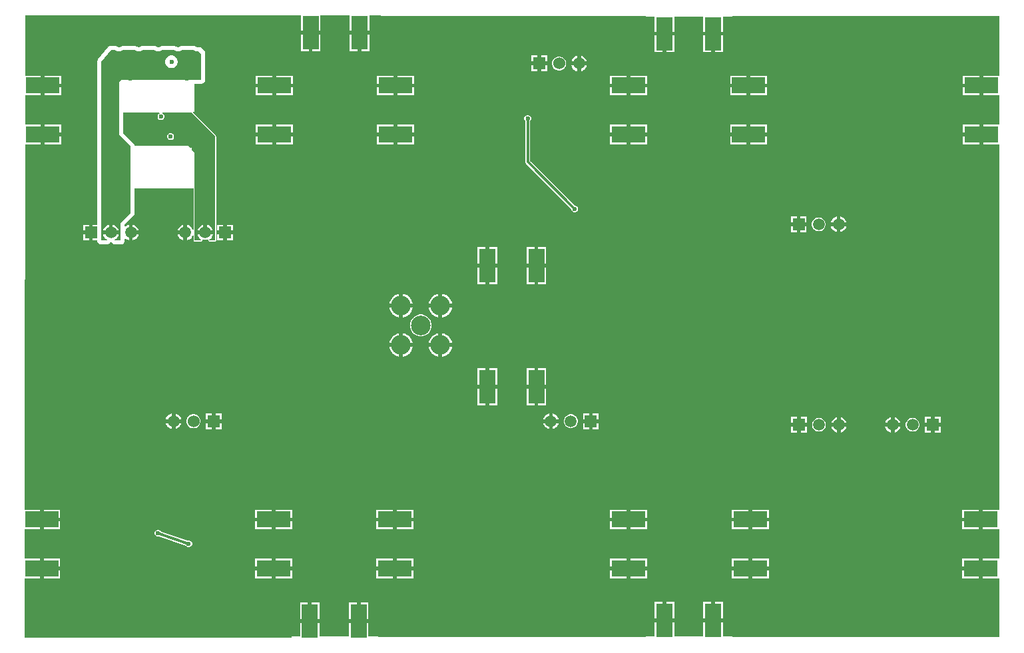
<source format=gbr>
%FSTAX44Y44*%
%MOMM*%
%SFA1B1*%

%IPPOS*%
%ADD10C,0.368299*%
%ADD14R,4.199992X1.999996*%
%ADD21R,1.999996X4.199992*%
%ADD76C,1.499997*%
%ADD77R,1.499997X1.499997*%
%ADD78R,1.529997X1.529997*%
%ADD79C,1.529997*%
%ADD80C,2.499995*%
%ADD81C,0.599999*%
%ADD82C,0.999998*%
%ADD83C,3.499993*%
%LNradar_1ghz_copper_signal_bot-1*%
%LPD*%
G36*
X00345999Y-00003999D02*
X00356459D01*
Y-000235*
X00369*
X00381539*
Y-00003999*
X00418459*
Y-00023499*
X00443539*
Y-00003999*
X00457999*
Y-00004399*
X007951*
Y-00004999*
X00806459*
Y-00024499*
X00818999*
X00831539*
Y-00004999*
X00868459*
Y-00024499*
X00893539*
Y-00004999*
X00904999*
Y-00004499*
X01244999*
Y-00080459*
X01224499*
Y-00092999*
Y-00105539*
X01244999*
Y-00142459*
X01224499*
Y-00154999*
Y-00167539*
X01244999*
Y-00341499*
X01245*
Y-00454499*
Y-0063138*
X01244539Y-0063246*
X0124373*
X01223499*
Y-00644999*
Y-00657539*
X0124373*
X01244539*
X01245Y-00658619*
Y-0069338*
X01244539Y-00694459*
X0124373*
X01223499*
Y-00706999*
Y-00719539*
X0124373*
X01244539*
X01245Y-00720619*
Y-00794499*
X00904999*
Y-00793999*
X00893539*
Y-00775499*
X00868459*
Y-00793999*
X00831539*
Y-00775499*
X00818999*
X00806459*
Y-00793999*
X00794899*
Y-00794099*
X00454899*
Y-00793999*
X00442539*
Y-00776499*
X00417459*
Y-00793999*
X00380539*
Y-00776499*
X00367999*
X00355459*
Y-00793999*
X00344999*
Y-00794999*
X00004999*
Y-00719539*
X00024499*
Y-00706999*
Y-00694459*
X00004999*
Y-00657539*
X000245*
Y-00644999*
Y-0063246*
X00004999*
Y-00457999*
Y-00339999*
X00005999*
Y-00167539*
X00025499*
Y-00154999*
Y-00142459*
X00005999*
Y-00105539*
X00025499*
Y-00092999*
Y-00080459*
X00005999*
Y-00003749*
X00345999*
Y-00003999*
G37*
%LNradar_1ghz_copper_signal_bot-2*%
%LPC*%
G36*
X00219907Y-00042401D02*
X00205863D01*
X00205533Y-00042467*
X00205197Y-00042445*
X00204566Y-00042659*
X00203912Y-00042789*
X00203632Y-00042976*
X00203314Y-00043085*
X00202277Y-00043683*
X0020103Y-00044017*
X0019974*
X00198493Y-00043683*
X00197456Y-00043085*
X00197138Y-00042976*
X00196858Y-00042789*
X00196204Y-00042659*
X00195573Y-00042445*
X00195237Y-00042467*
X00194907Y-00042401*
X00180863*
X00180533Y-00042467*
X00180197Y-00042445*
X00179566Y-00042659*
X00178912Y-00042789*
X00178632Y-00042976*
X00178314Y-00043085*
X00177277Y-00043683*
X0017603Y-00044017*
X0017474*
X00173493Y-00043683*
X00172456Y-00043085*
X00172138Y-00042976*
X00171858Y-00042789*
X00171204Y-00042659*
X00170573Y-00042445*
X00170237Y-00042467*
X00169907Y-00042401*
X00155863*
X00155533Y-00042467*
X00155197Y-00042445*
X00154566Y-00042659*
X00153912Y-00042789*
X00153632Y-00042976*
X00153314Y-00043085*
X00152277Y-00043683*
X0015103Y-00044017*
X0014974*
X00148493Y-00043683*
X00147456Y-00043085*
X00147138Y-00042976*
X00146858Y-00042789*
X00146204Y-00042659*
X00145573Y-00042445*
X00145237Y-00042467*
X00144907Y-00042401*
X00130863*
X00130533Y-00042467*
X00130197Y-00042445*
X00129566Y-00042659*
X00128912Y-00042789*
X00128632Y-00042976*
X00128314Y-00043085*
X00127277Y-00043683*
X0012603Y-00044017*
X0012474*
X00123493Y-00043683*
X00122456Y-00043085*
X00122138Y-00042976*
X00121858Y-00042789*
X00121204Y-00042659*
X00120573Y-00042445*
X00120237Y-00042467*
X00119907Y-00042401*
X00114999*
X0011472Y-00042457*
X00114436Y-00042432*
X00113752Y-00042649*
X00113049Y-00042789*
X00112812Y-00042948*
X0011254Y-00043034*
X00111991Y-00043496*
X00111395Y-00043895*
X00111236Y-00044131*
X00111019Y-00044315*
X00098518Y-0005994*
X00098188Y-00060577*
X0009779Y-00061173*
X00097734Y-00061453*
X00097603Y-00061705*
X00097541Y-00062421*
X00097401Y-00063124*
Y-00269959*
X00092099*
Y-00279999*
Y-00290039*
X00097409*
X0009779Y-0029195*
X00098895Y-00293604*
X00100548Y-00294709*
X00102499Y-00295097*
X001097*
X0011003Y-00295032*
X00110365Y-00295054*
X00110997Y-00294839*
X00111651Y-00294709*
X0011193Y-00294522*
X00112249Y-00294414*
X0011275Y-00293975*
X00113305Y-00293604*
X00113492Y-00293325*
X00113744Y-00293103*
X00114039Y-00292505*
X00114321Y-00292084*
X00114999Y-00292012*
X00115678Y-00292084*
X00115959Y-00292505*
X00116255Y-00293103*
X00116507Y-00293325*
X00116694Y-00293604*
X00117249Y-00293975*
X0011775Y-00294414*
X00118068Y-00294522*
X00118348Y-00294709*
X00119002Y-00294839*
X00119634Y-00295054*
X00119969Y-00295032*
X00120299Y-00295097*
X00127499*
X0012945Y-00294709*
X00131104Y-00293604*
X00132209Y-0029195*
X00132597Y-00289999*
Y-00288055*
X00133771Y-00287569*
X00134235Y-00288033*
X00136524Y-00289355*
X00137899Y-00289724*
Y-00279999*
Y-00270275*
X00136524Y-00270644*
X00134235Y-00271965*
X00133771Y-00272429*
X00132597Y-00271943*
Y-00269611*
X00143604Y-00258604*
X00144709Y-0025695*
X00145097Y-00254999*
Y-00223999*
X00220225*
Y-00275955*
X00218955Y-00276124*
X00217633Y-00273835*
X00215764Y-00271965*
X00213475Y-00270644*
X00212099Y-00270275*
Y-00279999*
Y-00289724*
X00213475Y-00289355*
X00215764Y-00288033*
X00217633Y-00286164*
X00218955Y-00283875*
X00220225Y-00284043*
Y-00289999*
X00220627Y-00290971*
X00221599Y-00291374*
X002297*
X00230031Y-00291237*
X00230387Y-0029119*
X002305Y-00291042*
X00230672Y-00290971*
X00230809Y-0029064*
X00231028Y-00290355*
X00231306Y-00289315*
X00231368Y-00289085*
X00232344Y-00288494*
X00232599Y-00288436*
X00233845Y-00288769*
X00236154*
X00237399Y-00288436*
X00237655Y-00288494*
X0023863Y-00289085*
X00238692Y-00289315*
X00238971Y-00290355*
X0023919Y-0029064*
X00239327Y-00290971*
X00239498Y-00291042*
X00239612Y-0029119*
X00239967Y-00291237*
X00240299Y-00291374*
X00247499*
X00248471Y-00290971*
X00248874Y-00289999*
Y-00157499*
X00248471Y-00156527*
X00219339Y-00127395*
X00219865Y-00126125*
X00221149*
Y-00090817*
X00229999*
X0023195Y-00090429*
X00233604Y-00089324*
X00234709Y-0008767*
X00235097Y-00085719*
Y-00052499*
X00234709Y-00050549*
X00233604Y-00048895*
X0023022Y-0004551*
X00228566Y-00044405*
X00226615Y-00044017*
X00224739*
X00223493Y-00043683*
X00222456Y-00043085*
X00222138Y-00042976*
X00221858Y-00042789*
X00221204Y-00042659*
X00220573Y-00042445*
X00220237Y-00042467*
X00219907Y-00042401*
G37*
G36*
X00443539Y-00028499D02*
X00433499D01*
Y-00049539*
X00443539*
Y-00028499*
G37*
G36*
X00428499D02*
X00418459D01*
Y-00049539*
X00428499*
Y-00028499*
G37*
G36*
X00381539Y-000285D02*
X00371499D01*
Y-00049539*
X00381539*
Y-000285*
G37*
G36*
X00366499D02*
X00356459D01*
Y-00049539*
X00366499*
Y-000285*
G37*
G36*
X00893539Y-00029499D02*
X00883499D01*
Y-00050539*
X00893539*
Y-00029499*
G37*
G36*
X00878499D02*
X00868459D01*
Y-00050539*
X00878499*
Y-00029499*
G37*
G36*
X00831539D02*
X008215D01*
Y-00050539*
X00831539*
Y-00029499*
G37*
G36*
X008165D02*
X00806459D01*
Y-00050539*
X008165*
Y-00029499*
G37*
G36*
X00712899Y-0005512D02*
Y-000625D01*
X00720279*
X00719895Y-00061066*
X00718553Y-00058743*
X00716656Y-00056845*
X00714333Y-00055504*
X00712899Y-0005512*
G37*
G36*
X00669789Y-00054809D02*
X00662099D01*
Y-000625*
X00669789*
Y-00054809*
G37*
G36*
X007079Y-0005512D02*
X00706466Y-00055504D01*
X00704143Y-00056845*
X00702245Y-00058743*
X00700904Y-00061066*
X0070052Y-000625*
X007079*
Y-0005512*
G37*
G36*
X006571Y-00054809D02*
X00649409D01*
Y-000625*
X006571*
Y-00054809*
G37*
G36*
X00686174Y-00056079D02*
X00683825D01*
X00681556Y-00056687*
X00679522Y-00057861*
X00677861Y-00059522*
X00676687Y-00061556*
X00676079Y-00063825*
Y-00066174*
X00676687Y-00068442*
X00677861Y-00070476*
X00679522Y-00072137*
X00681556Y-00073312*
X00683825Y-00073919*
X00686174*
X00688442Y-00073312*
X00690476Y-00072137*
X00692137Y-00070476*
X00693312Y-00068442*
X00693919Y-00066174*
Y-00063825*
X00693312Y-00061556*
X00692137Y-00059522*
X00690476Y-00057861*
X00688442Y-00056687*
X00686174Y-00056079*
G37*
G36*
X00720279Y-00067499D02*
X00712899D01*
Y-00074879*
X00714333Y-00074495*
X00716656Y-00073153*
X00718553Y-00071256*
X00719895Y-00068933*
X00720279Y-00067499*
G37*
G36*
X007079D02*
X0070052D01*
X00700904Y-00068933*
X00702245Y-00071256*
X00704143Y-00073153*
X00706466Y-00074495*
X007079Y-00074879*
Y-00067499*
G37*
G36*
X00669789D02*
X00662099D01*
Y-00075189*
X00669789*
Y-00067499*
G37*
G36*
X006571D02*
X00649409D01*
Y-00075189*
X006571*
Y-00067499*
G37*
G36*
X01219499Y-00080459D02*
X01198459D01*
Y-00090499*
X01219499*
Y-00080459*
G37*
G36*
X00051539D02*
X00030499D01*
Y-00090499*
X00051539*
Y-00080459*
G37*
G36*
X00500539D02*
X00479499D01*
Y-00090499*
X00500539*
Y-00080459*
G37*
G36*
X00474499D02*
X00453459D01*
Y-00090499*
X00474499*
Y-00080459*
G37*
G36*
X00796539D02*
X007755D01*
Y-00090499*
X00796539*
Y-00080459*
G37*
G36*
X00346539D02*
X00325499D01*
Y-00090499*
X00346539*
Y-00080459*
G37*
G36*
X00770499D02*
X00749459D01*
Y-00090499*
X00770499*
Y-00080459*
G37*
G36*
X00320499D02*
X00299459D01*
Y-00090499*
X00320499*
Y-00080459*
G37*
G36*
X00949539D02*
X009285D01*
Y-00090499*
X00949539*
Y-00080459*
G37*
G36*
X009235D02*
X00902459D01*
Y-00090499*
X009235*
Y-00080459*
G37*
G36*
X01219499Y-00095499D02*
X01198459D01*
Y-00105539*
X01219499*
Y-00095499*
G37*
G36*
X00949539Y-00095499D02*
X009285D01*
Y-00105539*
X00949539*
Y-00095499*
G37*
G36*
X009235D02*
X00902459D01*
Y-00105539*
X009235*
Y-00095499*
G37*
G36*
X00796539D02*
X007755D01*
Y-00105539*
X00796539*
Y-00095499*
G37*
G36*
X00770499D02*
X00749459D01*
Y-00105539*
X00770499*
Y-00095499*
G37*
G36*
X00500539D02*
X00479499D01*
Y-00105539*
X00500539*
Y-00095499*
G37*
G36*
X00474499D02*
X00453459D01*
Y-00105539*
X00474499*
Y-00095499*
G37*
G36*
X00346539D02*
X00325499D01*
Y-00105539*
X00346539*
Y-00095499*
G37*
G36*
X00320499D02*
X00299459D01*
Y-00105539*
X00320499*
Y-00095499*
G37*
G36*
X00051539Y-00095499D02*
X00030499D01*
Y-00105539*
X00051539*
Y-00095499*
G37*
G36*
X00949539Y-00142459D02*
X00928499D01*
Y-00152499*
X00949539*
Y-00142459*
G37*
G36*
X009235D02*
X00902459D01*
Y-00152499*
X009235*
Y-00142459*
G37*
G36*
X00796539D02*
X00775499D01*
Y-00152499*
X00796539*
Y-00142459*
G37*
G36*
X00346539D02*
X00325499D01*
Y-00152499*
X00346539*
Y-00142459*
G37*
G36*
X00770499D02*
X00749459D01*
Y-00152499*
X00770499*
Y-00142459*
G37*
G36*
X00320499D02*
X00299459D01*
Y-00152499*
X00320499*
Y-00142459*
G37*
G36*
X00500539D02*
X00479499D01*
Y-00152499*
X00500539*
Y-00142459*
G37*
G36*
X00474499D02*
X00453459D01*
Y-00152499*
X00474499*
Y-00142459*
G37*
G36*
X00051539D02*
X00030499D01*
Y-00152499*
X00051539*
Y-00142459*
G37*
G36*
X01219499D02*
X01198459D01*
Y-00152499*
X01219499*
Y-00142459*
G37*
G36*
Y-00157499D02*
X01198459D01*
Y-00167539*
X01219499*
Y-00157499*
G37*
G36*
X00949539Y-00157499D02*
X00928499D01*
Y-00167539*
X00949539*
Y-00157499*
G37*
G36*
X009235D02*
X00902459D01*
Y-00167539*
X009235*
Y-00157499*
G37*
G36*
X00796539Y-00157499D02*
X00775499D01*
Y-00167539*
X00796539*
Y-00157499*
G37*
G36*
X00770499D02*
X00749459D01*
Y-00167539*
X00770499*
Y-00157499*
G37*
G36*
X00500539D02*
X00479499D01*
Y-00167539*
X00500539*
Y-00157499*
G37*
G36*
X00474499D02*
X00453459D01*
Y-00167539*
X00474499*
Y-00157499*
G37*
G36*
X00346539D02*
X00325499D01*
Y-00167539*
X00346539*
Y-00157499*
G37*
G36*
X00320499D02*
X00299459D01*
Y-00167539*
X00320499*
Y-00157499*
G37*
G36*
X00051539D02*
X00030499D01*
Y-00167539*
X00051539*
Y-00157499*
G37*
G36*
X00645849Y-00130729D02*
X0064415D01*
X00642581Y-00131379*
X00641379Y-00132581*
X00640729Y-0013415*
Y-00135849*
X00641379Y-00137418*
X00641827Y-00137866*
Y-00189999*
X00642068Y-00191213*
X00642756Y-00192243*
X00700729Y-00250216*
Y-00250849*
X00701379Y-00252418*
X00702581Y-00253619*
X0070415Y-00254269*
X00705849*
X00707418Y-00253619*
X00708619Y-00252418*
X00709269Y-00250849*
Y-0024915*
X00708619Y-00247581*
X00707418Y-0024638*
X00705849Y-00245729*
X00705216*
X00648172Y-00188685*
Y-00137866*
X00648619Y-00137418*
X00649269Y-00135849*
Y-0013415*
X00648619Y-00132581*
X00647418Y-00131379*
X00645849Y-00130729*
G37*
G36*
X01042899Y-00259775D02*
Y-00266999D01*
X01050124*
X01049755Y-00265624*
X01048433Y-00263335*
X01046564Y-00261465*
X01044275Y-00260144*
X01042899Y-00259775*
G37*
G36*
X01037899D02*
X01036524Y-00260144D01*
X01034235Y-00261465*
X01032365Y-00263335*
X01031044Y-00265624*
X01030675Y-00266999*
X01037899*
Y-00259775*
G37*
G36*
X00999639Y-00259459D02*
X00992099D01*
Y-00266999*
X00999639*
Y-00259459*
G37*
G36*
X00987099D02*
X00979559D01*
Y-00266999*
X00987099*
Y-00259459*
G37*
G36*
X00142899Y-00270275D02*
Y-00277499D01*
X00150124*
X00149755Y-00276124*
X00148433Y-00273835*
X00146564Y-00271965*
X00144275Y-00270644*
X00142899Y-00270275*
G37*
G36*
X00087099Y-00269959D02*
X00079559D01*
Y-00277499*
X00087099*
Y-00269959*
G37*
G36*
X00270439D02*
X00262899D01*
Y-002775*
X00270439*
Y-00269959*
G37*
G36*
X00207099Y-00270275D02*
X00205724Y-00270644D01*
X00203435Y-00271965*
X00201565Y-00273835*
X00200243Y-00276124*
X00199875Y-002775*
X00207099*
Y-00270275*
G37*
G36*
X00257899Y-00269959D02*
X00250359D01*
Y-002775*
X00257899*
Y-00269959*
G37*
G36*
X01016154Y-00260729D02*
X01013845D01*
X01011614Y-00261327*
X01009614Y-00262482*
X01007982Y-00264115*
X01006827Y-00266114*
X01006229Y-00268345*
Y-00270654*
X01006827Y-00272884*
X01007982Y-00274884*
X01009614Y-00276517*
X01011614Y-00277672*
X01013845Y-00278269*
X01016154*
X01018385Y-00277672*
X01020384Y-00276517*
X01022017Y-00274884*
X01023172Y-00272884*
X01023769Y-00270654*
Y-00268345*
X01023172Y-00266114*
X01022017Y-00264115*
X01020384Y-00262482*
X01018385Y-00261327*
X01016154Y-00260729*
G37*
G36*
X01050124Y-00271999D02*
X01042899D01*
Y-00279224*
X01044275Y-00278855*
X01046564Y-00277533*
X01048433Y-00275664*
X01049755Y-00273375*
X01050124Y-00271999*
G37*
G36*
X01037899D02*
X01030675D01*
X01031044Y-00273375*
X01032365Y-00275664*
X01034235Y-00277533*
X01036524Y-00278855*
X01037899Y-00279224*
Y-00271999*
G37*
G36*
X00999639D02*
X00992099D01*
Y-00279539*
X00999639*
Y-00271999*
G37*
G36*
X00987099D02*
X00979559D01*
Y-00279539*
X00987099*
Y-00271999*
G37*
G36*
X00150124Y-00282499D02*
X00142899D01*
Y-00289724*
X00144275Y-00289355*
X00146564Y-00288033*
X00148433Y-00286164*
X00149755Y-00283875*
X00150124Y-00282499*
G37*
G36*
X00207099Y-002825D02*
X00199875D01*
X00200243Y-00283875*
X00201565Y-00286164*
X00203435Y-00288033*
X00205724Y-00289355*
X00207099Y-00289724*
Y-002825*
G37*
G36*
X00270439D02*
X00262899D01*
Y-00290039*
X00270439*
Y-002825*
G37*
G36*
X00257899D02*
X00250359D01*
Y-00290039*
X00257899*
Y-002825*
G37*
G36*
X00087099Y-00282499D02*
X00079559D01*
Y-00290039*
X00087099*
Y-00282499*
G37*
G36*
X00606539Y-00298459D02*
X00596499D01*
Y-00319499*
X00606539*
Y-00298459*
G37*
G36*
X00591499D02*
X00581459D01*
Y-00319499*
X00591499*
Y-00298459*
G37*
G36*
X00668539D02*
X00658499D01*
Y-00319499*
X00668539*
Y-00298459*
G37*
G36*
X00653499D02*
X00643459D01*
Y-00319499*
X00653499*
Y-00298459*
G37*
G36*
X00668539Y-00324499D02*
X00658499D01*
Y-00345539*
X00668539*
Y-00344399*
Y-00324499*
G37*
G36*
X00653499D02*
X00643459D01*
Y-00344399*
Y-00345539*
X00653499*
Y-00324499*
G37*
G36*
X00606539Y-00324499D02*
X00596499D01*
Y-00345539*
X00606539*
Y-00344399*
Y-00324499*
G37*
G36*
X00591499D02*
X00581459D01*
Y-00344399*
Y-00345539*
X00591499*
Y-00324499*
G37*
G36*
X00536499Y-00358162D02*
Y-00370499D01*
X00548837*
X00548461Y-00368612*
X00547328Y-00365875*
X00545682Y-00363412*
X00543587Y-00361317*
X00541123Y-00359671*
X00538386Y-00358537*
X00536499Y-00358162*
G37*
G36*
X00486499D02*
Y-00370499D01*
X00498837*
X00498461Y-00368612*
X00497328Y-00365875*
X00495682Y-00363412*
X00493587Y-00361317*
X00491123Y-00359671*
X00488386Y-00358537*
X00486499Y-00358162*
G37*
G36*
X005315D02*
X00529612Y-00358537D01*
X00526875Y-00359671*
X00524412Y-00361317*
X00522317Y-00363412*
X00520671Y-00365875*
X00519537Y-00368612*
X00519162Y-00370499*
X005315*
Y-00358162*
G37*
G36*
X00481499D02*
X00479612Y-00358537D01*
X00476875Y-00359671*
X00474412Y-00361317*
X00472317Y-00363412*
X00470671Y-00365875*
X00469537Y-00368612*
X00469162Y-00370499*
X00481499*
Y-00358162*
G37*
G36*
X00498837Y-00375499D02*
X00486499D01*
Y-00387837*
X00488386Y-00387461*
X00491123Y-00386328*
X00493587Y-00384682*
X00495682Y-00382587*
X00497328Y-00380123*
X00498461Y-00377386*
X00498837Y-00375499*
G37*
G36*
X00548837D02*
X00536499D01*
Y-00387837*
X00538386Y-00387461*
X00541123Y-00386328*
X00543587Y-00384682*
X00545682Y-00382587*
X00547328Y-00380123*
X00548461Y-00377386*
X00548837Y-00375499*
G37*
G36*
X005315D02*
X00519162D01*
X00519537Y-00377386*
X00520671Y-00380123*
X00522317Y-00382587*
X00524412Y-00384682*
X00526875Y-00386328*
X00529612Y-00387461*
X005315Y-00387837*
Y-00375499*
G37*
G36*
X00481499D02*
X00469162D01*
X00469537Y-00377386*
X00470671Y-00380123*
X00472317Y-00382587*
X00474412Y-00384682*
X00476875Y-00386328*
X00479612Y-00387461*
X00481499Y-00387837*
Y-00375499*
G37*
G36*
X00510812Y-00384229D02*
X00507186D01*
X00503684Y-00385168*
X00500544Y-00386981*
X0049798Y-00389544*
X00496168Y-00392684*
X00495229Y-00396186*
Y-00399812*
X00496168Y-00403314*
X0049798Y-00406454*
X00500544Y-00409018*
X00503684Y-00410831*
X00507186Y-00411769*
X00510812*
X00514314Y-00410831*
X00517454Y-00409018*
X00520018Y-00406454*
X00521831Y-00403314*
X00522769Y-00399812*
Y-00396186*
X00521831Y-00392684*
X00520018Y-00389544*
X00517454Y-00386981*
X00514314Y-00385168*
X00510812Y-00384229*
G37*
G36*
X00536499Y-00408162D02*
Y-004205D01*
X00548837*
X00548461Y-00418612*
X00547328Y-00415875*
X00545682Y-00413412*
X00543587Y-00411317*
X00541123Y-00409671*
X00538386Y-00408537*
X00536499Y-00408162*
G37*
G36*
X00486499D02*
Y-004205D01*
X00498837*
X00498461Y-00418612*
X00497328Y-00415875*
X00495682Y-00413412*
X00493587Y-00411317*
X00491123Y-00409671*
X00488386Y-00408537*
X00486499Y-00408162*
G37*
G36*
X005315D02*
X00529612Y-00408537D01*
X00526875Y-00409671*
X00524412Y-00411317*
X00522317Y-00413412*
X00520671Y-00415875*
X00519537Y-00418612*
X00519162Y-004205*
X005315*
Y-00408162*
G37*
G36*
X00481499D02*
X00479612Y-00408537D01*
X00476875Y-00409671*
X00474412Y-00411317*
X00472317Y-00413412*
X00470671Y-00415875*
X00469537Y-00418612*
X00469162Y-004205*
X00481499*
Y-00408162*
G37*
G36*
X00498837Y-004255D02*
X00486499D01*
Y-00437837*
X00488386Y-00437461*
X00491123Y-00436328*
X00493587Y-00434682*
X00495682Y-00432587*
X00497328Y-00430123*
X00498461Y-00427386*
X00498837Y-004255*
G37*
G36*
X00548837D02*
X00536499D01*
Y-00437837*
X00538386Y-00437461*
X00541123Y-00436328*
X00543587Y-00434682*
X00545682Y-00432587*
X00547328Y-00430123*
X00548461Y-00427386*
X00548837Y-004255*
G37*
G36*
X005315D02*
X00519162D01*
X00519537Y-00427386*
X00520671Y-00430123*
X00522317Y-00432587*
X00524412Y-00434682*
X00526875Y-00436328*
X00529612Y-00437461*
X005315Y-00437837*
Y-004255*
G37*
G36*
X00481499D02*
X00469162D01*
X00469537Y-00427386*
X00470671Y-00430123*
X00472317Y-00432587*
X00474412Y-00434682*
X00476875Y-00436328*
X00479612Y-00437461*
X00481499Y-00437837*
Y-004255*
G37*
G36*
X00606539Y-00452459D02*
X00596499D01*
Y-00473499*
X00606539*
Y-00458499*
Y-00456999*
Y-00452459*
G37*
G36*
X00591499D02*
X00581459D01*
Y-00456999*
Y-00473499*
X00591499*
Y-00452459*
G37*
G36*
X00668539D02*
X00658499D01*
Y-00473499*
X00668539*
Y-00458499*
Y-00452459*
G37*
G36*
X00653499D02*
X00643459D01*
Y-00456999*
Y-00458499*
Y-00473499*
X00653499*
Y-00452459*
G37*
G36*
X00668539Y-00478499D02*
X00658499D01*
Y-00499539*
X00668539*
Y-00478499*
G37*
G36*
X00653499D02*
X00643459D01*
Y-00499539*
X00653499*
Y-00478499*
G37*
G36*
X00606539Y-00478499D02*
X00596499D01*
Y-00499539*
X00606539*
Y-00478499*
G37*
G36*
X00591499D02*
X00581459D01*
Y-00499539*
X00591499*
Y-00478499*
G37*
G36*
X00735439Y-00509959D02*
X00727899D01*
Y-00517499*
X00735439*
Y-00509959*
G37*
G36*
X00677099Y-00510275D02*
Y-00517499D01*
X00684324*
X00683955Y-00516124*
X00682633Y-00513835*
X00680764Y-00511965*
X00678475Y-00510644*
X00677099Y-00510275*
G37*
G36*
X006721D02*
X00670724Y-00510644D01*
X00668435Y-00511965*
X00666565Y-00513835*
X00665244Y-00516124*
X00664875Y-00517499*
X006721*
Y-00510275*
G37*
G36*
X007229Y-00509959D02*
X00715359D01*
Y-00517499*
X007229*
Y-00509959*
G37*
G36*
X00255589Y-00509809D02*
X00247899D01*
Y-00517499*
X00255589*
Y-00509809*
G37*
G36*
X00242899D02*
X00235209D01*
Y-00517499*
X00242899*
Y-00509809*
G37*
G36*
X00197099Y-0051012D02*
Y-00517499D01*
X00204479*
X00204095Y-00516066*
X00202753Y-00513743*
X00200856Y-00511845*
X00198533Y-00510504*
X00197099Y-0051012*
G37*
G36*
X00192099D02*
X00190666Y-00510504D01*
X00188343Y-00511845*
X00186445Y-00513743*
X00185104Y-00516066*
X0018472Y-00517499*
X00192099*
Y-0051012*
G37*
G36*
X01043299Y-00514775D02*
Y-00521999D01*
X01050524*
X01050155Y-00520624*
X01048834Y-00518335*
X01046964Y-00516465*
X01044675Y-00515144*
X01043299Y-00514775*
G37*
G36*
X01038299D02*
X01036924Y-00515144D01*
X01034635Y-00516465*
X01032766Y-00518335*
X01031444Y-00520624*
X01031075Y-00521999*
X01038299*
Y-00514775*
G37*
G36*
X01000039Y-00514459D02*
X00992499D01*
Y-00521999*
X01000039*
Y-00514459*
G37*
G36*
X00987499D02*
X00979959D01*
Y-00521999*
X00987499*
Y-00514459*
G37*
G36*
X0117004D02*
X01162499D01*
Y-00521999*
X0117004*
Y-00514459*
G37*
G36*
X01111699Y-00514775D02*
Y-00521999D01*
X01118924*
X01118555Y-00520624*
X01117233Y-00518335*
X01115364Y-00516465*
X01113075Y-00515144*
X01111699Y-00514775*
G37*
G36*
X01106699Y-00514775D02*
X01105324Y-00515144D01*
X01103035Y-00516465*
X01101165Y-00518335*
X01099844Y-00520624*
X01099475Y-00521999*
X01106699*
Y-00514775*
G37*
G36*
X01157499Y-00514459D02*
X01149959D01*
Y-00521999*
X01157499*
Y-00514459*
G37*
G36*
X00701154Y-00511229D02*
X00698845D01*
X00696614Y-00511827*
X00694615Y-00512982*
X00692982Y-00514614*
X00691827Y-00516614*
X00691229Y-00518845*
Y-00521154*
X00691827Y-00523385*
X00692982Y-00525384*
X00694615Y-00527017*
X00696614Y-00528172*
X00698845Y-00528769*
X00701154*
X00703384Y-00528172*
X00705384Y-00527017*
X00707017Y-00525384*
X00708172Y-00523385*
X00708769Y-00521154*
Y-00518845*
X00708172Y-00516614*
X00707017Y-00514614*
X00705384Y-00512982*
X00703384Y-00511827*
X00701154Y-00511229*
G37*
G36*
X00221174Y-00511079D02*
X00218825D01*
X00216556Y-00511687*
X00214522Y-00512862*
X00212862Y-00514522*
X00211687Y-00516556*
X00211079Y-00518825*
Y-00521174*
X00211687Y-00523442*
X00212862Y-00525476*
X00214522Y-00527137*
X00216556Y-00528311*
X00218825Y-00528919*
X00221174*
X00223442Y-00528311*
X00225476Y-00527137*
X00227137Y-00525476*
X00228311Y-00523442*
X00228919Y-00521174*
Y-00518825*
X00228311Y-00516556*
X00227137Y-00514522*
X00225476Y-00512862*
X00223442Y-00511687*
X00221174Y-00511079*
G37*
G36*
X00684324Y-00522499D02*
X00677099D01*
Y-00529724*
X00678475Y-00529355*
X00680764Y-00528033*
X00682633Y-00526164*
X00683955Y-00523875*
X00684324Y-00522499*
G37*
G36*
X006721D02*
X00664875D01*
X00665244Y-00523875*
X00666565Y-00526164*
X00668435Y-00528033*
X00670724Y-00529355*
X006721Y-00529724*
Y-00522499*
G37*
G36*
X00204479D02*
X00197099D01*
Y-00529879*
X00198533Y-00529495*
X00200856Y-00528153*
X00202753Y-00526256*
X00204095Y-00523933*
X00204479Y-00522499*
G37*
G36*
X00192099D02*
X0018472D01*
X00185104Y-00523933*
X00186445Y-00526256*
X00188343Y-00528153*
X00190666Y-00529495*
X00192099Y-00529879*
Y-00522499*
G37*
G36*
X00735439D02*
X00727899D01*
Y-00530039*
X00735439*
Y-00522499*
G37*
G36*
X007229D02*
X00715359D01*
Y-00530039*
X007229*
Y-00522499*
G37*
G36*
X00255589D02*
X00247899D01*
Y-00530189*
X00255589*
Y-00522499*
G37*
G36*
X00242899D02*
X00235209D01*
Y-00530189*
X00242899*
Y-00522499*
G37*
G36*
X01135754Y-00515729D02*
X01133445D01*
X01131214Y-00516327*
X01129215Y-00517482*
X01127582Y-00519115*
X01126427Y-00521114*
X01125829Y-00523345*
Y-00525654*
X01126427Y-00527884*
X01127582Y-00529884*
X01129215Y-00531517*
X01131214Y-00532672*
X01133445Y-00533269*
X01135754*
X01137985Y-00532672*
X01139984Y-00531517*
X01141617Y-00529884*
X01142772Y-00527884*
X0114337Y-00525654*
Y-00523345*
X01142772Y-00521114*
X01141617Y-00519115*
X01139984Y-00517482*
X01137985Y-00516327*
X01135754Y-00515729*
G37*
G36*
X01016554D02*
X01014245D01*
X01012014Y-00516327*
X01010014Y-00517482*
X01008382Y-00519115*
X01007227Y-00521114*
X01006629Y-00523345*
Y-00525654*
X01007227Y-00527884*
X01008382Y-00529884*
X01010014Y-00531517*
X01012014Y-00532672*
X01014245Y-00533269*
X01016554*
X01018785Y-00532672*
X01020784Y-00531517*
X01022417Y-00529884*
X01023572Y-00527884*
X01024169Y-00525654*
Y-00523345*
X01023572Y-00521114*
X01022417Y-00519115*
X01020784Y-00517482*
X01018785Y-00516327*
X01016554Y-00515729*
G37*
G36*
X01106699Y-00526999D02*
X01099475D01*
X01099844Y-00528375*
X01101165Y-00530664*
X01103035Y-00532533*
X01105324Y-00533855*
X01106699Y-00534223*
Y-00526999*
G37*
G36*
X01050524D02*
X01043299D01*
Y-00534224*
X01044675Y-00533855*
X01046964Y-00532533*
X01048834Y-00530664*
X01050155Y-00528375*
X01050524Y-00526999*
G37*
G36*
X01038299D02*
X01031075D01*
X01031444Y-00528375*
X01032766Y-00530664*
X01034635Y-00532533*
X01036924Y-00533855*
X01038299Y-00534224*
Y-00526999*
G37*
G36*
X01118924D02*
X01111699D01*
Y-00534224*
X01113075Y-00533855*
X01115364Y-00532533*
X01117233Y-00530664*
X01118555Y-00528375*
X01118924Y-00526999*
G37*
G36*
X0117004D02*
X01162499D01*
Y-00534539*
X0117004*
Y-00526999*
G37*
G36*
X01157499D02*
X01149959D01*
Y-00534539*
X01157499*
Y-00526999*
G37*
G36*
X01000039D02*
X00992499D01*
Y-00534539*
X01000039*
Y-00526999*
G37*
G36*
X00987499D02*
X00979959D01*
Y-00534539*
X00987499*
Y-00526999*
G37*
G36*
X00499539Y-0063246D02*
X00478499D01*
Y-00642499*
X00499539*
Y-0063246*
G37*
G36*
X00345539D02*
X00324499D01*
Y-00642499*
X00345539*
Y-0063246*
G37*
G36*
X00473499D02*
X00452459D01*
Y-00642499*
X00473499*
Y-0063246*
G37*
G36*
X00319499D02*
X00298459D01*
Y-00642499*
X00319499*
Y-0063246*
G37*
G36*
X00951539D02*
X00930499D01*
Y-00642499*
X00951539*
Y-0063246*
G37*
G36*
X00925499D02*
X00904459D01*
Y-00642499*
X00925499*
Y-0063246*
G37*
G36*
X00050539D02*
X00029499D01*
Y-00642499*
X00050539*
Y-0063246*
G37*
G36*
X00796539D02*
X007755D01*
Y-00642499*
X00796539*
Y-0063246*
G37*
G36*
X00770499D02*
X00749459D01*
Y-00642499*
X00770499*
Y-0063246*
G37*
G36*
X01218499D02*
X01197459D01*
Y-006425*
X01218499*
Y-0063246*
G37*
G36*
X00951539Y-00647499D02*
X00930499D01*
Y-00657539*
X00951539*
Y-00647499*
G37*
G36*
X00925499D02*
X00904459D01*
Y-00657539*
X00925499*
Y-00647499*
G37*
G36*
X00796539D02*
X007755D01*
Y-00657539*
X00796539*
Y-00647499*
G37*
G36*
X00770499D02*
X00749459D01*
Y-00657539*
X00770499*
Y-00647499*
G37*
G36*
X00499539D02*
X00478499D01*
Y-00657539*
X00499539*
Y-00647499*
G37*
G36*
X00473499D02*
X00452459D01*
Y-00657539*
X00473499*
Y-00647499*
G37*
G36*
X00345539D02*
X00324499D01*
Y-00657539*
X00345539*
Y-00647499*
G37*
G36*
X00319499D02*
X00298459D01*
Y-00657539*
X00319499*
Y-00647499*
G37*
G36*
X00050539D02*
X00029499D01*
Y-00657539*
X00050539*
Y-00647499*
G37*
G36*
X01218499Y-006475D02*
X01197459D01*
Y-00657539*
X01218499*
Y-006475*
G37*
G36*
X00175849Y-00658229D02*
X0017415D01*
X00172581Y-0065888*
X00171379Y-00660081*
X00170729Y-0066165*
Y-00663349*
X00171379Y-00664918*
X00172581Y-00666119*
X0017415Y-00666769*
X00175849*
X00176663Y-00666432*
X00210227Y-00678051*
X0021038Y-00678418*
X00211581Y-00679619*
X0021315Y-00680269*
X00214849*
X00216418Y-00679619*
X00217619Y-00678418*
X00218269Y-00676849*
Y-0067515*
X00217619Y-00673581*
X00216418Y-00672379*
X00214849Y-00671729*
X0021315*
X00212336Y-00672066*
X00178772Y-00660448*
X00178619Y-00660081*
X00177418Y-0065888*
X00175849Y-00658229*
G37*
G36*
X01218499Y-00694459D02*
X01197459D01*
Y-00704499*
X01218499*
Y-00694459*
G37*
G36*
X00796539D02*
X00775499D01*
Y-00704499*
X00796539*
Y-00694459*
G37*
G36*
X00770499D02*
X00749459D01*
Y-00704499*
X00770499*
Y-00694459*
G37*
G36*
X00050539D02*
X00029499D01*
Y-00704499*
X00050539*
Y-00694459*
G37*
G36*
X00951539D02*
X00930499D01*
Y-00704499*
X00951539*
Y-00694459*
G37*
G36*
X00925499D02*
X00904459D01*
Y-00704499*
X00925499*
Y-00694459*
G37*
G36*
X00499539D02*
X00478499D01*
Y-00704499*
X00499539*
Y-00694459*
G37*
G36*
X00345539D02*
X00324499D01*
Y-00704499*
X00345539*
Y-00694459*
G37*
G36*
X00473499D02*
X00452459D01*
Y-00704499*
X00473499*
Y-00694459*
G37*
G36*
X00319499D02*
X00298459D01*
Y-00704499*
X00319499*
Y-00694459*
G37*
G36*
X00951539Y-00709499D02*
X00930499D01*
Y-00719539*
X00951539*
Y-00709499*
G37*
G36*
X00925499D02*
X00904459D01*
Y-00719539*
X00925499*
Y-00709499*
G37*
G36*
X00796539Y-00709499D02*
X00775499D01*
Y-00719539*
X00796539*
Y-00709499*
G37*
G36*
X00770499D02*
X00749459D01*
Y-00719539*
X00770499*
Y-00709499*
G37*
G36*
X00499539Y-00709499D02*
X00478499D01*
Y-00719539*
X00499539*
Y-00709499*
G37*
G36*
X00473499D02*
X00452459D01*
Y-00719539*
X00473499*
Y-00709499*
G37*
G36*
X00345539D02*
X00324499D01*
Y-00719539*
X00345539*
Y-00709499*
G37*
G36*
X00319499D02*
X00298459D01*
Y-00719539*
X00319499*
Y-00709499*
G37*
G36*
X00050539Y-00709499D02*
X00029499D01*
Y-00719539*
X00050539*
Y-00709499*
G37*
G36*
X01218499D02*
X01197459D01*
Y-00719539*
X01218499*
Y-00709499*
G37*
G36*
X00893539Y-00749459D02*
X00883499D01*
Y-00770499*
X00893539*
Y-00749459*
G37*
G36*
X00878499D02*
X00868459D01*
Y-00770499*
X00878499*
Y-00749459*
G37*
G36*
X00831539D02*
X008215D01*
Y-00770499*
X00831539*
Y-00749459*
G37*
G36*
X008165D02*
X00806459D01*
Y-00770499*
X008165*
Y-00749459*
G37*
G36*
X00380539Y-00750459D02*
X00370499D01*
Y-00771499*
X00380539*
Y-00750459*
G37*
G36*
X00365499D02*
X00355459D01*
Y-00771499*
X00365499*
Y-00750459*
G37*
G36*
X00442539D02*
X00432499D01*
Y-00771499*
X00442539*
Y-00750459*
G37*
G36*
X00427499D02*
X00417459D01*
Y-00771499*
X00427499*
Y-00750459*
G37*
%LNradar_1ghz_copper_signal_bot-3*%
%LPD*%
G36*
X00221525Y-00048433D02*
X00224068Y-00049115D01*
X00226615*
X00229999Y-00052499*
Y-00085719*
X00128779*
X00125874Y-00088624*
Y-00155874*
X00139999Y-00169999*
Y-00254999*
X00127499Y-00267499*
Y-00289999*
X00120299*
X00119959Y-00288729*
X00121164Y-00288033*
X00123033Y-00286164*
X00124355Y-00283875*
X00124724Y-00282499*
X00105275*
X00105644Y-00283875*
X00106965Y-00286164*
X00108835Y-00288033*
X0011004Y-00288729*
X001097Y-00289999*
X00102499*
Y-00063124*
X00114999Y-00047499*
X00119907*
X00121525Y-00048433*
X00124068Y-00049115*
X00126702*
X00129245Y-00048433*
X00130863Y-00047499*
X00144907*
X00146525Y-00048433*
X00149068Y-00049115*
X00151702*
X00154245Y-00048433*
X00155863Y-00047499*
X00169907*
X00171525Y-00048433*
X00174068Y-00049115*
X00176701*
X00179245Y-00048433*
X00180863Y-00047499*
X00194907*
X00196525Y-00048433*
X00199068Y-00049115*
X00201701*
X00204245Y-00048433*
X00205863Y-00047499*
X00219907*
X00221525Y-00048433*
G37*
G36*
X00247499Y-00157499D02*
Y-00289999D01*
X00240299*
X00239959Y-00288729*
X00241164Y-00288033*
X00243033Y-00286164*
X00244355Y-00283875*
X00244724Y-002825*
X00234999*
X00225275*
X00225643Y-00283875*
X00226965Y-00286164*
X00228835Y-00288033*
X0023004Y-00288729*
X002297Y-00289999*
X00221599*
Y-00177899*
X00217999Y-00174299*
Y-00171999*
X00215699*
X00213699Y-00169999*
X00145097*
X00144709Y-00168048*
X00143604Y-00166395*
X00130972Y-00153763*
Y-00127499*
X0017652*
X00176773Y-00128769*
X00176206Y-00129005*
X00175004Y-00130205*
X00174354Y-00131775*
Y-00133474*
X00175004Y-00135043*
X00176206Y-00136244*
X00177775Y-00136894*
X00179474*
X00181043Y-00136244*
X00182244Y-00135043*
X00182894Y-00133474*
Y-00131775*
X00182244Y-00130205*
X00181043Y-00129005*
X00180476Y-00128769*
X00180728Y-00127499*
X00217499*
X00247499Y-00157499*
G37*
%LNradar_1ghz_copper_signal_bot-4*%
%LPC*%
G36*
X00193178Y-00054874D02*
X00191071D01*
X00189036Y-0005542*
X00187212Y-00056473*
X00185723Y-00057962*
X0018467Y-00059786*
X00184124Y-00061821*
Y-00063927*
X0018467Y-00065962*
X00185723Y-00067786*
X00187212Y-00069276*
X00189036Y-00070329*
X00191071Y-00070874*
X00193178*
X00195212Y-00070329*
X00197036Y-00069276*
X00198526Y-00067786*
X00199579Y-00065962*
X00200124Y-00063927*
Y-00061821*
X00199579Y-00059786*
X00198526Y-00057962*
X00197036Y-00056473*
X00195212Y-0005542*
X00193178Y-00054874*
G37*
G36*
X00117499Y-00270275D02*
Y-00277499D01*
X00124724*
X00124355Y-00276124*
X00123033Y-00273835*
X00121164Y-00271965*
X00118875Y-00270644*
X00117499Y-00270275*
G37*
G36*
X00112499D02*
X00111124Y-00270644D01*
X00108835Y-00271965*
X00106965Y-00273835*
X00105644Y-00276124*
X00105275Y-00277499*
X00112499*
Y-00270275*
G37*
G36*
X00191849Y-00153729D02*
X0019015D01*
X00188581Y-00154379*
X00187379Y-00155581*
X00186729Y-0015715*
Y-00158849*
X00187379Y-00160418*
X00188581Y-00161619*
X0019015Y-00162269*
X00191849*
X00193418Y-00161619*
X00194619Y-00160418*
X00195269Y-00158849*
Y-0015715*
X00194619Y-00155581*
X00193418Y-00154379*
X00191849Y-00153729*
G37*
G36*
X00237499Y-00270275D02*
Y-002775D01*
X00244724*
X00244355Y-00276124*
X00243033Y-00273835*
X00241164Y-00271965*
X00238875Y-00270644*
X00237499Y-00270275*
G37*
G36*
X00232499D02*
X00231124Y-00270644D01*
X00228835Y-00271965*
X00226965Y-00273835*
X00225643Y-00276124*
X00225275Y-002775*
X00232499*
Y-00270275*
G37*
%LNradar_1ghz_copper_signal_bot-5*%
%LPD*%
G54D10*
X00174999Y-00662499D02*
X00213999Y-00675999D01*
X00644999Y-00189999D02*
X00704999Y-00249999D01*
X00644999Y-00189999D02*
Y-00134999D01*
G54D14*
X00321999Y-00706999D03*
Y-00644999D03*
X00027999Y-00092999D03*
Y-00154999D03*
X00322999D03*
Y-00092999D03*
X00026999Y-00706999D03*
Y-00644999D03*
X00772999Y-00092999D03*
Y-00154999D03*
X01220999Y-00644999D03*
Y-00706999D03*
X00925999Y-00154999D03*
Y-00092999D03*
X00772999Y-00644999D03*
Y-00706999D03*
X00927999D03*
Y-00644999D03*
X01221999Y-00092999D03*
Y-00154999D03*
X00475999Y-00706999D03*
Y-00644999D03*
X00476999Y-00154999D03*
Y-00092999D03*
G54D21*
X00655999Y-00475999D03*
X00593999D03*
X00818999Y-00772999D03*
X00880999D03*
X00367999Y-00773999D03*
X00429999D03*
X00818999Y-00026999D03*
X00880999D03*
X00368999Y-00025999D03*
X00430999D03*
X00655999Y-00321999D03*
X00593999D03*
G54D76*
X01040399Y-00269499D03*
X01014999D03*
X00674599Y-00519999D03*
X00699999D03*
X01134599Y-00524499D03*
X01109199D03*
X010154D03*
X010408D03*
X00234999Y-00279999D03*
X00209599D03*
X00114999D03*
X00140399D03*
G54D77*
X00989599Y-00269499D03*
X00725399Y-00519999D03*
X01159999Y-00524499D03*
X0099D03*
X00260399Y-00279999D03*
X00089599D03*
G54D78*
X00659599Y-00064999D03*
X00245399Y-00519999D03*
G54D79*
X00684999Y-00064999D03*
X00710399D03*
X00194599Y-00519999D03*
X00219999D03*
G54D80*
X00508999Y-00397999D03*
X00483999Y-00372999D03*
Y-00422999D03*
X00533999D03*
Y-00372999D03*
G54D81*
X00639114Y-00655114D03*
X00638999Y-00683999D03*
X00689684Y-00653769D03*
X01079999Y-00094999D03*
X01090999Y-00103999D03*
X01045999Y-00243999D03*
X00978999Y-00168999D03*
X00995999D03*
X01053999Y-00641999D03*
X01070999Y-00697999D03*
X01037999D03*
X01071999Y-00651999D03*
X01005999Y-00624999D03*
X00999999Y-00569499D03*
X01176749Y-00613999D03*
X01175999Y-00635D03*
X00174999Y-00662499D03*
X00097499Y-00629249D03*
X00208888Y-00157111D03*
X00192124Y-00062874D03*
X00081999Y-00248999D03*
X00211779Y-00083889D03*
X00178624Y-00132624D03*
X00602999Y-00610999D03*
X00617999Y-00598031D03*
Y-00578999D03*
X00644999Y-00087999D03*
X00704331Y-00106917D03*
X00653999Y-00134999D03*
X00704999Y-00257999D03*
X00644999Y-00134999D03*
X00704999Y-00249999D03*
X00724999Y-00174999D03*
X00659999Y-00279999D03*
X00684999Y-00129999D03*
X00569999Y-00154999D03*
X00519999D03*
X00594999D03*
Y-00174999D03*
Y-00269999D03*
X00191999Y-00578999D03*
X00191499Y-00561749D03*
X00213999Y-00675999D03*
X00114999Y-00727249D03*
X00064999Y-00705749D03*
X00174999Y-00654999D03*
X00217999Y-00667999D03*
X00190999Y-00157999D03*
X00137999Y-00132999D03*
X00183249Y-00255249D03*
X00175999Y-00228999D03*
X00136999D03*
X00076489Y-00108299D03*
X00140249Y-00083999D03*
X00076489Y-00090519D03*
X00257499Y-00073749D03*
Y-00130999D03*
X0025575Y-00170749D03*
X00259749Y-00225749D03*
X00078249Y-00183749D03*
Y-00202249D03*
X01042999Y-00223999D03*
X01125999Y-00160999D03*
Y-00196999D03*
Y-00178999D03*
X01175999Y-00095999D03*
X01119999D03*
X00970999D03*
X00997499Y-00705999D03*
X00139999Y-00627999D03*
X00228749Y-00637999D03*
X00254999D03*
G54D82*
X00249999Y-00759999D03*
X00224999D03*
X00099999D03*
X00124999D03*
X00074999D03*
X00274999D03*
X00174999D03*
X00149999D03*
X00199999D03*
X00699999Y-00039499D03*
X00549999D03*
X00599999D03*
X00574999D03*
X00524999D03*
X00674999D03*
X00624999D03*
X00649999D03*
X00724999D03*
Y-00309499D03*
X00125385Y-00039115D03*
X00100385D03*
X00075385D03*
X00150385D03*
X00175385D03*
X00200385D03*
X00225385D03*
X00275385D03*
X00250385D03*
X00310385Y-00224115D03*
Y-00249115D03*
Y-00274115D03*
Y-00199115D03*
X00524999Y-00309499D03*
X00489999Y-00249499D03*
Y-00224499D03*
X00549999Y-00309499D03*
X00489999Y-00199499D03*
X00759999D03*
X00699999Y-00309499D03*
X00489999Y-00274499D03*
X00759999D03*
Y-00224499D03*
Y-00249499D03*
X00075385Y-00309115D03*
X00100385D03*
X00125385D03*
X00175385D03*
X00200385D03*
X00275385D03*
X00225385D03*
X00250385D03*
X00150385D03*
X00040385Y-00199115D03*
Y-00224115D03*
Y-00249115D03*
Y-00274115D03*
X00939999Y-00249499D03*
Y-00274499D03*
X01209999Y-00199499D03*
Y-00274499D03*
Y-00249499D03*
Y-00224499D03*
X00974999Y-00309499D03*
X01149999D03*
X01074999D03*
X01024999D03*
X01049999D03*
X01099999D03*
X01124999D03*
X00999999D03*
X01174999D03*
Y-00039499D03*
X01099999D03*
X01074999D03*
X01124999D03*
X00974999D03*
X01024999D03*
X01049999D03*
X00999999D03*
X01149999D03*
X00939999Y-00224499D03*
Y-00199499D03*
X01125Y-00759499D03*
X01149999D03*
X01174999D03*
X01209999Y-00599499D03*
Y-00574499D03*
X00939999Y-00599499D03*
Y-00574499D03*
Y-00549499D03*
Y-00524499D03*
X00975Y-00489499D03*
X01D03*
X01024999D03*
X01049999D03*
X01074999D03*
X011D03*
X01125D03*
X01149999D03*
X01174999D03*
X01209999Y-00524499D03*
Y-00549499D03*
X01Y-00759499D03*
X01024999D03*
X01049999D03*
X01074999D03*
X011D03*
X00975D03*
X00759999Y-00573999D03*
Y-00523999D03*
Y-00598999D03*
Y-00548999D03*
X00489999Y-00573999D03*
Y-00523999D03*
Y-00548999D03*
Y-00598999D03*
X00699999Y-00758999D03*
X00624999D03*
X00599999D03*
X00649999D03*
X00724999D03*
X00549999D03*
X00524999D03*
X00574999D03*
X00674999D03*
X00549999Y-00488999D03*
X00524999D03*
X00699999D03*
X00724999D03*
X00536359Y-00716899D03*
X00554139D03*
X00574999Y-00716499D03*
X00591999D03*
X00124999Y-00489999D03*
X00224999D03*
X00274999D03*
X00249999D03*
X00074999D03*
X00149999D03*
X00199999D03*
X00174999D03*
X00099999D03*
X00039999Y-00599999D03*
Y-00549999D03*
Y-00524999D03*
Y-00574999D03*
X00309999Y-00549999D03*
Y-00599999D03*
Y-00524999D03*
Y-00574999D03*
G54D83*
X00319999Y-00769999D03*
X00029999D03*
X00479999Y-00319499D03*
Y-00029499D03*
X00320385Y-00029115D03*
X00030385D03*
X00769999Y-00029499D03*
Y-00319499D03*
X00320385Y-00319115D03*
X00030385D03*
X01219999Y-00319499D03*
X00929999D03*
Y-00029499D03*
X01219999D03*
Y-00769499D03*
X00929999Y-00479499D03*
X01219999D03*
X00929999Y-00769499D03*
X00479999Y-00768999D03*
X00769999D03*
Y-00478999D03*
X00479999D03*
X00029999Y-00479999D03*
X00319999D03*
M02*
</source>
